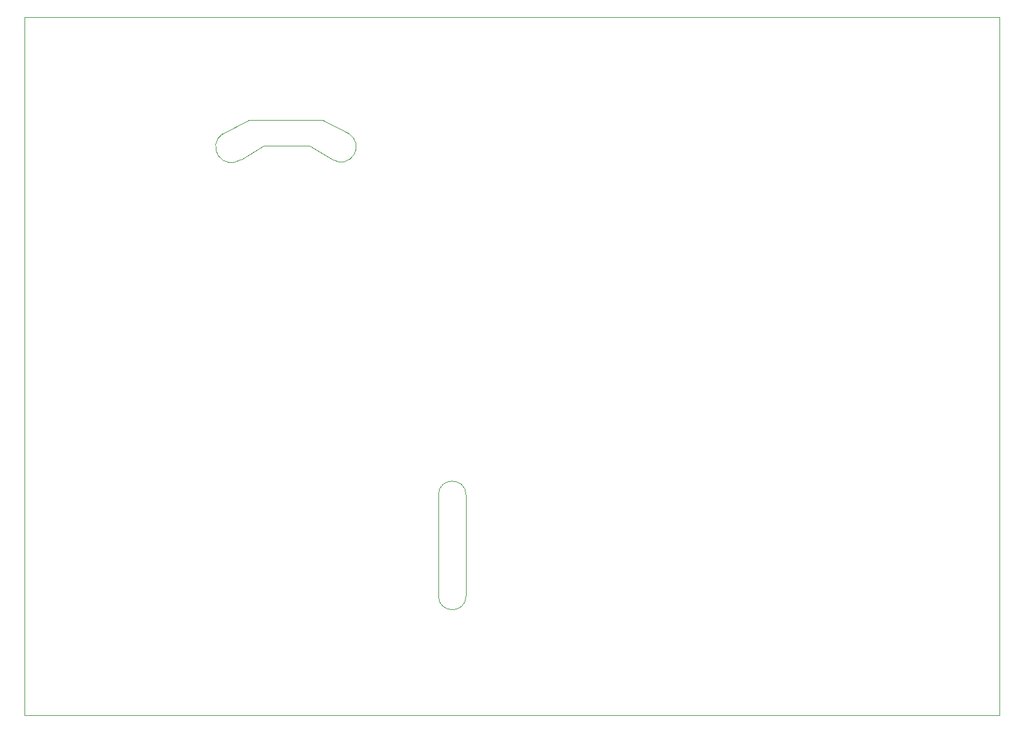
<source format=gbr>
%TF.GenerationSoftware,KiCad,Pcbnew,5.1.7-a382d34a8~88~ubuntu18.04.1*%
%TF.CreationDate,2021-03-18T09:15:53-04:00*%
%TF.ProjectId,HV_DCDC,48565f44-4344-4432-9e6b-696361645f70,rev?*%
%TF.SameCoordinates,Original*%
%TF.FileFunction,Profile,NP*%
%FSLAX46Y46*%
G04 Gerber Fmt 4.6, Leading zero omitted, Abs format (unit mm)*
G04 Created by KiCad (PCBNEW 5.1.7-a382d34a8~88~ubuntu18.04.1) date 2021-03-18 09:15:53*
%MOMM*%
%LPD*%
G01*
G04 APERTURE LIST*
%TA.AperFunction,Profile*%
%ADD10C,0.050000*%
%TD*%
G04 APERTURE END LIST*
D10*
X102108000Y-39624000D02*
X98409852Y-41539921D01*
X100965000Y-45085000D02*
G75*
G02*
X98409852Y-41539921I-1285149J1767080D01*
G01*
X115895489Y-41494517D02*
X112268000Y-39624000D01*
X115895489Y-41494517D02*
G75*
G02*
X113665001Y-45084999I-1087489J-1812483D01*
G01*
X102616000Y-39624000D02*
X102108000Y-39624000D01*
X112268000Y-39624000D02*
X102616000Y-39624000D01*
X110490000Y-43180000D02*
X113665000Y-45085000D01*
X104140000Y-43180000D02*
X110490000Y-43180000D01*
X100965000Y-45085000D02*
X104140000Y-43180000D01*
X128270000Y-91440000D02*
G75*
G02*
X132080000Y-91440000I1905000J0D01*
G01*
X132080000Y-105410000D02*
G75*
G02*
X128270000Y-105410000I-1905000J0D01*
G01*
X132080000Y-91440000D02*
X132080000Y-105410000D01*
X128270000Y-105410000D02*
X128270000Y-91440000D01*
X71120000Y-25400000D02*
X205740000Y-25400000D01*
X71120000Y-121920000D02*
X71120000Y-25400000D01*
X205740000Y-121920000D02*
X71120000Y-121920000D01*
X205740000Y-25400000D02*
X205740000Y-121920000D01*
M02*

</source>
